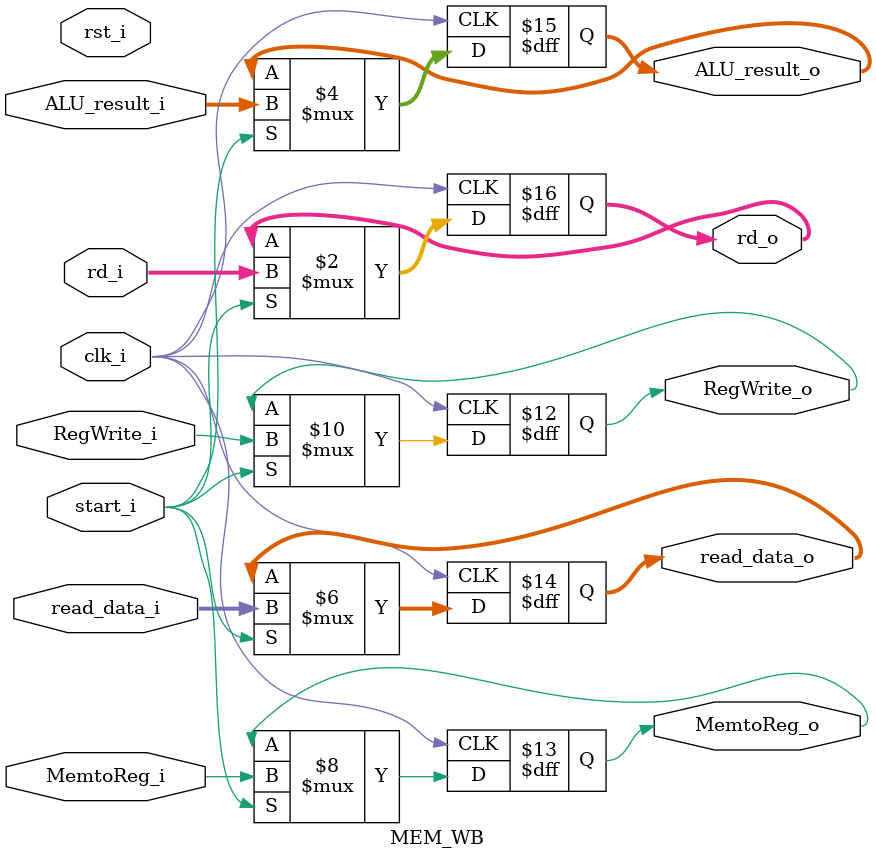
<source format=v>
module MEM_WB (
    input clk_i,
    input rst_i,
    input start_i,

    input RegWrite_i,
    input MemtoReg_i,
    input [31:0] read_data_i,
    input [31:0] ALU_result_i,
    input [4:0] rd_i,

    output RegWrite_o,
    output MemtoReg_o,
    output [31:0] read_data_o,
    output [31:0] ALU_result_o,
    output [4:0] rd_o
);

reg RegWrite_o;
reg MemtoReg_o;
reg [31:0] read_data_o;
reg [31:0] ALU_result_o;
reg [4:0] rd_o;


always @(posedge clk_i) begin // unknown assign
    if (start_i) begin
        RegWrite_o <= RegWrite_i;
        MemtoReg_o <= MemtoReg_i;
        read_data_o <= read_data_i;
        ALU_result_o <= ALU_result_i;
        rd_o <= rd_i;
    end
end
endmodule

</source>
